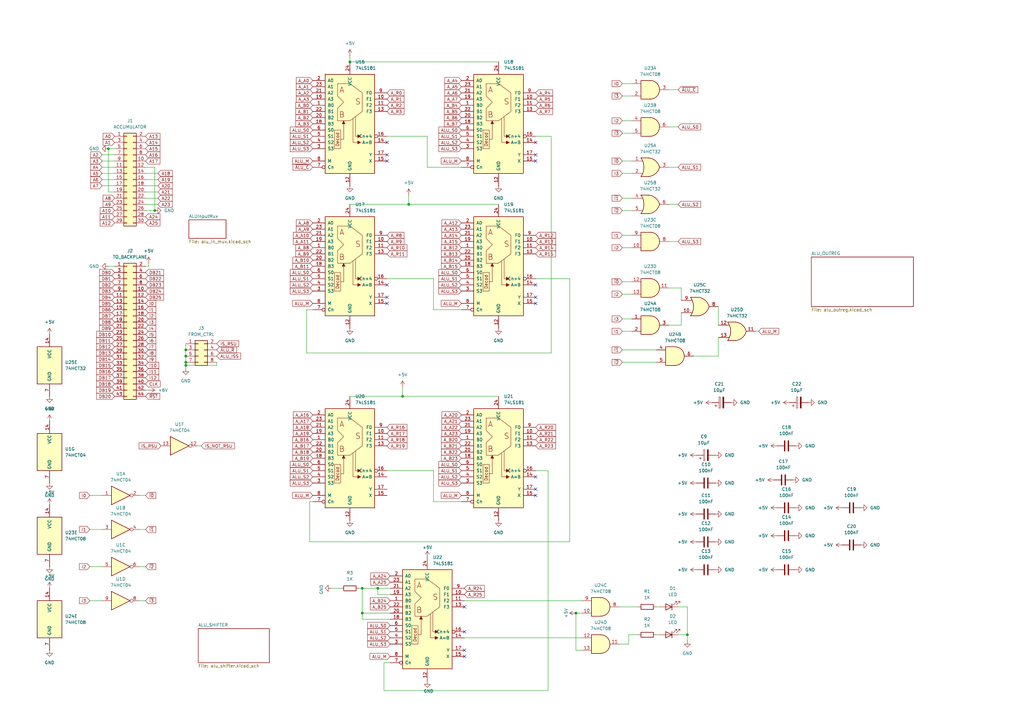
<source format=kicad_sch>
(kicad_sch (version 20231120) (generator "eeschema") (generator_version "8.0")
  (paper "A3")
  (junction (at 236.22 251.46))
  (junction (at 154.94 241.3))
  (junction (at 76.2 146.05))
  (junction (at 167.64 83.82))
  (junction (at 44.45 60.96))
  (junction (at 63.5 86.36))
  (junction (at 143.51 25.4))
  (junction (at 281.94 260.35))
  (junction (at 76.2 149.86))
  (junction (at 148.59 241.3))
  (junction (at 76.2 143.51))
  (junction (at 148.59 251.46))
  (junction (at 165.1 162.56))
  (junction (at 76.2 148.59))
  (no_connect (at 219.71 63.5))
  (no_connect (at 219.71 66.04))
  (no_connect (at 219.71 203.2))
  (no_connect (at 219.71 58.42))
  (no_connect (at 219.71 124.46))
  (no_connect (at 158.75 121.92))
  (no_connect (at 158.75 116.84))
  (no_connect (at 190.5 259.08))
  (no_connect (at 219.71 121.92))
  (no_connect (at 158.75 124.46))
  (no_connect (at 190.5 266.7))
  (no_connect (at 219.71 195.58))
  (no_connect (at 190.5 248.92))
  (no_connect (at 190.5 269.24))
  (no_connect (at 219.71 116.84))
  (no_connect (at 158.75 66.04))
  (no_connect (at 158.75 63.5))
  (no_connect (at 219.71 200.66))
  (no_connect (at 158.75 58.42))
  (wire (pts (xy 284.48 146.05) (xy 294.64 146.05)))
  (wire (pts (xy 127 222.25) (xy 127 205.74)))
  (wire (pts (xy 57.15 232.41) (xy 59.69 232.41)))
  (wire (pts (xy 274.32 118.11) (xy 279.4 118.11)))
  (wire (pts (xy 279.4 118.11) (xy 279.4 123.19)))
  (wire (pts (xy 177.8 127) (xy 189.23 127)))
  (wire (pts (xy 190.5 246.38) (xy 238.76 246.38)))
  (wire (pts (xy 309.88 135.89) (xy 311.15 135.89)))
  (wire (pts (xy 175.26 55.88) (xy 175.26 68.58)))
  (wire (pts (xy 255.27 34.29) (xy 259.08 34.29)))
  (wire (pts (xy 255.27 115.57) (xy 259.08 115.57)))
  (wire (pts (xy 59.69 78.74) (xy 64.77 78.74)))
  (wire (pts (xy 226.06 55.88) (xy 226.06 144.78)))
  (wire (pts (xy 278.13 248.92) (xy 281.94 248.92)))
  (wire (pts (xy 255.27 96.52) (xy 259.08 96.52)))
  (wire (pts (xy 238.76 266.7) (xy 236.22 266.7)))
  (wire (pts (xy 279.4 133.35) (xy 279.4 128.27)))
  (wire (pts (xy 274.32 99.06) (xy 278.13 99.06)))
  (wire (pts (xy 60.96 109.22) (xy 59.69 109.22)))
  (wire (pts (xy 219.71 193.04) (xy 224.79 193.04)))
  (wire (pts (xy 274.32 52.07) (xy 278.13 52.07)))
  (wire (pts (xy 158.75 55.88) (xy 175.26 55.88)))
  (wire (pts (xy 269.24 260.35) (xy 270.51 260.35)))
  (wire (pts (xy 236.22 251.46) (xy 238.76 251.46)))
  (wire (pts (xy 255.27 143.51) (xy 269.24 143.51)))
  (wire (pts (xy 255.27 81.28) (xy 259.08 81.28)))
  (wire (pts (xy 224.79 193.04) (xy 224.79 283.21)))
  (wire (pts (xy 148.59 254) (xy 148.59 251.46)))
  (wire (pts (xy 44.45 60.96) (xy 46.99 60.96)))
  (wire (pts (xy 255.27 71.12) (xy 259.08 71.12)))
  (wire (pts (xy 59.69 81.28) (xy 64.77 81.28)))
  (wire (pts (xy 59.69 86.36) (xy 63.5 86.36)))
  (wire (pts (xy 274.32 68.58) (xy 278.13 68.58)))
  (wire (pts (xy 255.27 130.81) (xy 259.08 130.81)))
  (wire (pts (xy 165.1 162.56) (xy 204.47 162.56)))
  (wire (pts (xy 36.83 232.41) (xy 41.91 232.41)))
  (wire (pts (xy 44.45 78.74) (xy 44.45 60.96)))
  (wire (pts (xy 255.27 135.89) (xy 259.08 135.89)))
  (wire (pts (xy 255.27 148.59) (xy 269.24 148.59)))
  (wire (pts (xy 36.83 246.38) (xy 41.91 246.38)))
  (wire (pts (xy 226.06 144.78) (xy 125.73 144.78)))
  (wire (pts (xy 294.64 146.05) (xy 294.64 138.43)))
  (wire (pts (xy 154.94 243.84) (xy 154.94 241.3)))
  (wire (pts (xy 147.32 241.3) (xy 148.59 241.3)))
  (wire (pts (xy 224.79 283.21) (xy 157.48 283.21)))
  (wire (pts (xy 63.5 68.58) (xy 63.5 86.36)))
  (wire (pts (xy 76.2 146.05) (xy 76.2 148.59)))
  (wire (pts (xy 157.48 283.21) (xy 157.48 271.78)))
  (wire (pts (xy 148.59 241.3) (xy 154.94 241.3)))
  (wire (pts (xy 233.68 114.3) (xy 233.68 222.25)))
  (wire (pts (xy 57.15 203.2) (xy 59.69 203.2)))
  (wire (pts (xy 76.2 143.51) (xy 76.2 146.05)))
  (wire (pts (xy 59.69 83.82) (xy 64.77 83.82)))
  (wire (pts (xy 274.32 83.82) (xy 278.13 83.82)))
  (wire (pts (xy 165.1 158.75) (xy 165.1 162.56)))
  (wire (pts (xy 125.73 127) (xy 128.27 127)))
  (wire (pts (xy 88.9 149.86) (xy 76.2 149.86)))
  (wire (pts (xy 135.89 241.3) (xy 139.7 241.3)))
  (wire (pts (xy 281.94 248.92) (xy 281.94 260.35)))
  (wire (pts (xy 36.83 217.17) (xy 41.91 217.17)))
  (wire (pts (xy 46.99 78.74) (xy 44.45 78.74)))
  (wire (pts (xy 177.8 205.74) (xy 189.23 205.74)))
  (wire (pts (xy 167.64 83.82) (xy 143.51 83.82)))
  (wire (pts (xy 57.15 246.38) (xy 59.69 246.38)))
  (wire (pts (xy 255.27 101.6) (xy 259.08 101.6)))
  (wire (pts (xy 41.91 73.66) (xy 46.99 73.66)))
  (wire (pts (xy 257.81 264.16) (xy 254 264.16)))
  (wire (pts (xy 59.69 160.02) (xy 60.96 160.02)))
  (wire (pts (xy 167.64 83.82) (xy 204.47 83.82)))
  (wire (pts (xy 154.94 241.3) (xy 160.02 241.3)))
  (wire (pts (xy 255.27 54.61) (xy 259.08 54.61)))
  (wire (pts (xy 59.69 71.12) (xy 64.77 71.12)))
  (wire (pts (xy 254 248.92) (xy 261.62 248.92)))
  (wire (pts (xy 177.8 193.04) (xy 177.8 205.74)))
  (wire (pts (xy 281.94 260.35) (xy 281.94 262.89)))
  (wire (pts (xy 255.27 49.53) (xy 259.08 49.53)))
  (wire (pts (xy 59.69 76.2) (xy 64.77 76.2)))
  (wire (pts (xy 76.2 148.59) (xy 76.2 149.86)))
  (wire (pts (xy 41.91 66.04) (xy 46.99 66.04)))
  (wire (pts (xy 236.22 266.7) (xy 236.22 251.46)))
  (wire (pts (xy 255.27 39.37) (xy 259.08 39.37)))
  (wire (pts (xy 57.15 217.17) (xy 59.69 217.17)))
  (wire (pts (xy 41.91 71.12) (xy 46.99 71.12)))
  (wire (pts (xy 255.27 86.36) (xy 259.08 86.36)))
  (wire (pts (xy 44.45 109.22) (xy 46.99 109.22)))
  (wire (pts (xy 204.47 25.4) (xy 143.51 25.4)))
  (wire (pts (xy 255.27 66.04) (xy 259.08 66.04)))
  (wire (pts (xy 41.91 76.2) (xy 46.99 76.2)))
  (wire (pts (xy 257.81 260.35) (xy 261.62 260.35)))
  (wire (pts (xy 219.71 55.88) (xy 226.06 55.88)))
  (wire (pts (xy 127 205.74) (xy 128.27 205.74)))
  (wire (pts (xy 41.91 63.5) (xy 46.99 63.5)))
  (wire (pts (xy 177.8 114.3) (xy 177.8 127)))
  (wire (pts (xy 59.69 68.58) (xy 63.5 68.58)))
  (wire (pts (xy 269.24 248.92) (xy 270.51 248.92)))
  (wire (pts (xy 167.64 80.01) (xy 167.64 83.82)))
  (wire (pts (xy 255.27 120.65) (xy 259.08 120.65)))
  (wire (pts (xy 88.9 148.59) (xy 88.9 149.86)))
  (wire (pts (xy 274.32 133.35) (xy 279.4 133.35)))
  (wire (pts (xy 233.68 222.25) (xy 127 222.25)))
  (wire (pts (xy 165.1 162.56) (xy 143.51 162.56)))
  (wire (pts (xy 143.51 25.4) (xy 143.51 22.86)))
  (wire (pts (xy 125.73 144.78) (xy 125.73 127)))
  (wire (pts (xy 190.5 261.62) (xy 238.76 261.62)))
  (wire (pts (xy 160.02 243.84) (xy 154.94 243.84)))
  (wire (pts (xy 294.64 125.73) (xy 294.64 133.35)))
  (wire (pts (xy 36.83 203.2) (xy 41.91 203.2)))
  (wire (pts (xy 274.32 36.83) (xy 278.13 36.83)))
  (wire (pts (xy 257.81 260.35) (xy 257.81 264.16)))
  (wire (pts (xy 160.02 254) (xy 148.59 254)))
  (wire (pts (xy 59.69 73.66) (xy 64.77 73.66)))
  (wire (pts (xy 278.13 260.35) (xy 281.94 260.35)))
  (wire (pts (xy 148.59 251.46) (xy 148.59 241.3)))
  (wire (pts (xy 76.2 140.97) (xy 76.2 143.51)))
  (wire (pts (xy 158.75 193.04) (xy 177.8 193.04)))
  (wire (pts (xy 160.02 251.46) (xy 148.59 251.46)))
  (wire (pts (xy 60.96 107.95) (xy 60.96 109.22)))
  (wire (pts (xy 219.71 114.3) (xy 233.68 114.3)))
  (wire (pts (xy 81.28 182.88) (xy 82.55 182.88)))
  (wire (pts (xy 158.75 114.3) (xy 177.8 114.3)))
  (wire (pts (xy 76.2 149.86) (xy 76.2 151.13)))
  (wire (pts (xy 175.26 68.58) (xy 189.23 68.58)))
  (wire (pts (xy 157.48 271.78) (xy 160.02 271.78)))
  (wire (pts (xy 41.91 68.58) (xy 46.99 68.58)))
  (global_label "ALU_S3" (shape input) (at 128.27 119.38 180) (property "Intersheetrefs" "${INTERSHEET_REFS}" (effects (hide yes))))
  (global_label "ALU_S0" (shape input) (at 189.23 190.5 180) (property "Intersheetrefs" "${INTERSHEET_REFS}" (effects (hide yes))))
  (global_label "A0" (shape input) (at 46.99 55.88 180) (property "Intersheetrefs" "${INTERSHEET_REFS}" (effects (hide yes))))
  (global_label "A9" (shape input) (at 46.99 83.82 180) (property "Intersheetrefs" "${INTERSHEET_REFS}" (effects (hide yes))))
  (global_label "ALU_S0" (shape input) (at 160.02 256.54 180) (property "Intersheetrefs" "${INTERSHEET_REFS}" (effects (hide yes))))
  (global_label "A_R13" (shape input) (at 219.71 99.06 0) (property "Intersheetrefs" "${INTERSHEET_REFS}" (effects (hide yes))))
  (global_label "A_A18" (shape input) (at 128.27 175.26 180) (property "Intersheetrefs" "${INTERSHEET_REFS}" (effects (hide yes))))
  (global_label "A_A9" (shape input) (at 128.27 93.98 180) (property "Intersheetrefs" "${INTERSHEET_REFS}" (effects (hide yes))))
  (global_label "DB11" (shape input) (at 46.99 139.7 180) (property "Intersheetrefs" "${INTERSHEET_REFS}" (effects (hide yes))))
  (global_label "ALU_S0" (shape input) (at 278.13 52.07 0) (property "Intersheetrefs" "${INTERSHEET_REFS}" (effects (hide yes))))
  (global_label "ALU_M" (shape input) (at 189.23 124.46 180) (property "Intersheetrefs" "${INTERSHEET_REFS}" (effects (hide yes))))
  (global_label "I11" (shape input) (at 59.69 152.4 0) (property "Intersheetrefs" "${INTERSHEET_REFS}" (effects (hide yes))))
  (global_label "ALU_M" (shape input) (at 128.27 203.2 180) (property "Intersheetrefs" "${INTERSHEET_REFS}" (effects (hide yes))))
  (global_label "DB17" (shape input) (at 46.99 154.94 180) (property "Intersheetrefs" "${INTERSHEET_REFS}" (effects (hide yes))))
  (global_label "A_R7" (shape input) (at 219.71 45.72 0) (property "Intersheetrefs" "${INTERSHEET_REFS}" (effects (hide yes))))
  (global_label "~{I1}" (shape input) (at 59.69 217.17 0) (property "Intersheetrefs" "${INTERSHEET_REFS}" (effects (hide yes))))
  (global_label "A_R9" (shape input) (at 158.75 99.06 0) (property "Intersheetrefs" "${INTERSHEET_REFS}" (effects (hide yes))))
  (global_label "I3" (shape input) (at 255.27 71.12 180) (property "Intersheetrefs" "${INTERSHEET_REFS}" (effects (hide yes))))
  (global_label "ALU_ISS" (shape input) (at 88.9 146.05 0) (property "Intersheetrefs" "${INTERSHEET_REFS}" (effects (hide yes))))
  (global_label "A_B8" (shape input) (at 128.27 101.6 180) (property "Intersheetrefs" "${INTERSHEET_REFS}" (effects (hide yes))))
  (global_label "I2" (shape input) (at 36.83 232.41 180) (property "Intersheetrefs" "${INTERSHEET_REFS}" (effects (hide yes))))
  (global_label "DB0" (shape input) (at 46.99 111.76 180) (property "Intersheetrefs" "${INTERSHEET_REFS}" (effects (hide yes))))
  (global_label "A_R2" (shape input) (at 158.75 43.18 0) (property "Intersheetrefs" "${INTERSHEET_REFS}" (effects (hide yes))))
  (global_label "ALU_M" (shape input) (at 189.23 66.04 180) (property "Intersheetrefs" "${INTERSHEET_REFS}" (effects (hide yes))))
  (global_label "A_R5" (shape input) (at 219.71 40.64 0) (property "Intersheetrefs" "${INTERSHEET_REFS}" (effects (hide yes))))
  (global_label "A_B19" (shape input) (at 128.27 187.96 180) (property "Intersheetrefs" "${INTERSHEET_REFS}" (effects (hide yes))))
  (global_label "A_B9" (shape input) (at 128.27 104.14 180) (property "Intersheetrefs" "${INTERSHEET_REFS}" (effects (hide yes))))
  (global_label "A_R25" (shape input) (at 190.5 243.84 0) (property "Intersheetrefs" "${INTERSHEET_REFS}" (effects (hide yes))))
  (global_label "I1" (shape input) (at 255.27 135.89 180) (property "Intersheetrefs" "${INTERSHEET_REFS}" (effects (hide yes))))
  (global_label "ALU_S2" (shape input) (at 189.23 116.84 180) (property "Intersheetrefs" "${INTERSHEET_REFS}" (effects (hide yes))))
  (global_label "ALU_S2" (shape input) (at 128.27 116.84 180) (property "Intersheetrefs" "${INTERSHEET_REFS}" (effects (hide yes))))
  (global_label "A6" (shape input) (at 41.91 73.66 180) (property "Intersheetrefs" "${INTERSHEET_REFS}" (effects (hide yes))))
  (global_label "I0" (shape input) (at 255.27 34.29 180) (property "Intersheetrefs" "${INTERSHEET_REFS}" (effects (hide yes))))
  (global_label "I2" (shape input) (at 59.69 129.54 0) (property "Intersheetrefs" "${INTERSHEET_REFS}" (effects (hide yes))))
  (global_label "A8" (shape input) (at 46.99 81.28 180) (property "Intersheetrefs" "${INTERSHEET_REFS}" (effects (hide yes))))
  (global_label "A_A17" (shape input) (at 128.27 172.72 180) (property "Intersheetrefs" "${INTERSHEET_REFS}" (effects (hide yes))))
  (global_label "I0" (shape input) (at 36.83 203.2 180) (property "Intersheetrefs" "${INTERSHEET_REFS}" (effects (hide yes))))
  (global_label "A22" (shape input) (at 64.77 81.28 0) (property "Intersheetrefs" "${INTERSHEET_REFS}" (effects (hide yes))))
  (global_label "ALU_S1" (shape input) (at 278.13 68.58 0) (property "Intersheetrefs" "${INTERSHEET_REFS}" (effects (hide yes))))
  (global_label "DB3" (shape input) (at 46.99 119.38 180) (property "Intersheetrefs" "${INTERSHEET_REFS}" (effects (hide yes))))
  (global_label "~{I0}" (shape input) (at 255.27 115.57 180) (property "Intersheetrefs" "${INTERSHEET_REFS}" (effects (hide yes))))
  (global_label "ALU_S3" (shape input) (at 189.23 119.38 180) (property "Intersheetrefs" "${INTERSHEET_REFS}" (effects (hide yes))))
  (global_label "A7" (shape input) (at 41.91 76.2 180) (property "Intersheetrefs" "${INTERSHEET_REFS}" (effects (hide yes))))
  (global_label "~{ALU_R}" (shape input) (at 88.9 143.51 0) (property "Intersheetrefs" "${INTERSHEET_REFS}" (effects (hide yes))))
  (global_label "I6" (shape input) (at 59.69 139.7 0) (property "Intersheetrefs" "${INTERSHEET_REFS}" (effects (hide yes))))
  (global_label "ALU_S2" (shape input) (at 128.27 58.42 180) (property "Intersheetrefs" "${INTERSHEET_REFS}" (effects (hide yes))))
  (global_label "A_B2" (shape input) (at 128.27 48.26 180) (property "Intersheetrefs" "${INTERSHEET_REFS}" (effects (hide yes))))
  (global_label "A_B15" (shape input) (at 189.23 109.22 180) (property "Intersheetrefs" "${INTERSHEET_REFS}" (effects (hide yes))))
  (global_label "A_B5" (shape input) (at 189.23 45.72 180) (property "Intersheetrefs" "${INTERSHEET_REFS}" (effects (hide yes))))
  (global_label "A_B17" (shape input) (at 128.27 182.88 180) (property "Intersheetrefs" "${INTERSHEET_REFS}" (effects (hide yes))))
  (global_label "I3" (shape input) (at 36.83 246.38 180) (property "Intersheetrefs" "${INTERSHEET_REFS}" (effects (hide yes))))
  (global_label "A_A22" (shape input) (at 189.23 175.26 180) (property "Intersheetrefs" "${INTERSHEET_REFS}" (effects (hide yes))))
  (global_label "DB22" (shape input) (at 59.69 114.3 0) (property "Intersheetrefs" "${INTERSHEET_REFS}" (effects (hide yes))))
  (global_label "~{I3}" (shape input) (at 255.27 39.37 180) (property "Intersheetrefs" "${INTERSHEET_REFS}" (effects (hide yes))))
  (global_label "A_A15" (shape input) (at 189.23 99.06 180) (property "Intersheetrefs" "${INTERSHEET_REFS}" (effects (hide yes))))
  (global_label "~{I2}" (shape input) (at 255.27 148.59 180) (property "Intersheetrefs" "${INTERSHEET_REFS}" (effects (hide yes))))
  (global_label "ALU_S3" (shape input) (at 160.02 264.16 180) (property "Intersheetrefs" "${INTERSHEET_REFS}" (effects (hide yes))))
  (global_label "A_R6" (shape input) (at 219.71 43.18 0) (property "Intersheetrefs" "${INTERSHEET_REFS}" (effects (hide yes))))
  (global_label "DB7" (shape input) (at 46.99 129.54 180) (property "Intersheetrefs" "${INTERSHEET_REFS}" (effects (hide yes))))
  (global_label "IS_RSU" (shape input) (at 66.04 182.88 180) (property "Intersheetrefs" "${INTERSHEET_REFS}" (effects (hide yes))))
  (global_label "DB21" (shape input) (at 59.69 111.76 0) (property "Intersheetrefs" "${INTERSHEET_REFS}" (effects (hide yes))))
  (global_label "DB8" (shape input) (at 46.99 132.08 180) (property "Intersheetrefs" "${INTERSHEET_REFS}" (effects (hide yes))))
  (global_label "A_R15" (shape input) (at 219.71 104.14 0) (property "Intersheetrefs" "${INTERSHEET_REFS}" (effects (hide yes))))
  (global_label "IS_NOT_RSU" (shape input) (at 82.55 182.88 0) (property "Intersheetrefs" "${INTERSHEET_REFS}" (effects (hide yes))))
  (global_label "A_A21" (shape input) (at 189.23 172.72 180) (property "Intersheetrefs" "${INTERSHEET_REFS}" (effects (hide yes))))
  (global_label "DB4" (shape input) (at 46.99 121.92 180) (property "Intersheetrefs" "${INTERSHEET_REFS}" (effects (hide yes))))
  (global_label "DB2" (shape input) (at 46.99 116.84 180) (property "Intersheetrefs" "${INTERSHEET_REFS}" (effects (hide yes))))
  (global_label "A21" (shape input) (at 64.77 78.74 0) (property "Intersheetrefs" "${INTERSHEET_REFS}" (effects (hide yes))))
  (global_label "A_B24" (shape input) (at 160.02 246.38 180) (property "Intersheetrefs" "${INTERSHEET_REFS}" (effects (hide yes))))
  (global_label "I1" (shape input) (at 36.83 217.17 180) (property "Intersheetrefs" "${INTERSHEET_REFS}" (effects (hide yes))))
  (global_label "A_B14" (shape input) (at 189.23 106.68 180) (property "Intersheetrefs" "${INTERSHEET_REFS}" (effects (hide yes))))
  (global_label "DB9" (shape input) (at 46.99 134.62 180) (property "Intersheetrefs" "${INTERSHEET_REFS}" (effects (hide yes))))
  (global_label "A_B18" (shape input) (at 128.27 185.42 180) (property "Intersheetrefs" "${INTERSHEET_REFS}" (effects (hide yes))))
  (global_label "ALU_S1" (shape input) (at 160.02 259.08 180) (property "Intersheetrefs" "${INTERSHEET_REFS}" (effects (hide yes))))
  (global_label "I12" (shape input) (at 59.69 154.94 0) (property "Intersheetrefs" "${INTERSHEET_REFS}" (effects (hide yes))))
  (global_label "~{ALU_C}" (shape input) (at 128.27 68.58 180) (property "Intersheetrefs" "${INTERSHEET_REFS}" (effects (hide yes))))
  (global_label "I3" (shape input) (at 59.69 132.08 0) (property "Intersheetrefs" "${INTERSHEET_REFS}" (effects (hide yes))))
  (global_label "A_B23" (shape input) (at 189.23 187.96 180) (property "Intersheetrefs" "${INTERSHEET_REFS}" (effects (hide yes))))
  (global_label "ALU_S1" (shape input) (at 128.27 114.3 180) (property "Intersheetrefs" "${INTERSHEET_REFS}" (effects (hide yes))))
  (global_label "I7" (shape input) (at 59.69 142.24 0) (property "Intersheetrefs" "${INTERSHEET_REFS}" (effects (hide yes))))
  (global_label "~{I3}" (shape input) (at 59.69 246.38 0) (property "Intersheetrefs" "${INTERSHEET_REFS}" (effects (hide yes))))
  (global_label "A18" (shape input) (at 64.77 71.12 0) (property "Intersheetrefs" "${INTERSHEET_REFS}" (effects (hide yes))))
  (global_label "DB12" (shape input) (at 46.99 142.24 180) (property "Intersheetrefs" "${INTERSHEET_REFS}" (effects (hide yes))))
  (global_label "ALU_S1" (shape input) (at 189.23 114.3 180) (property "Intersheetrefs" "${INTERSHEET_REFS}" (effects (hide yes))))
  (global_label "~{I2}" (shape input) (at 255.27 86.36 180) (property "Intersheetrefs" "${INTERSHEET_REFS}" (effects (hide yes))))
  (global_label "I8" (shape input) (at 59.69 144.78 0) (property "Intersheetrefs" "${INTERSHEET_REFS}" (effects (hide yes))))
  (global_label "A_B12" (shape input) (at 189.23 101.6 180) (property "Intersheetrefs" "${INTERSHEET_REFS}" (effects (hide yes))))
  (global_label "A_A8" (shape input) (at 128.27 91.44 180) (property "Intersheetrefs" "${INTERSHEET_REFS}" (effects (hide yes))))
  (global_label "I4" (shape input) (at 59.69 134.62 0) (property "Intersheetrefs" "${INTERSHEET_REFS}" (effects (hide yes))))
  (global_label "A_B25" (shape input) (at 160.02 248.92 180) (property "Intersheetrefs" "${INTERSHEET_REFS}" (effects (hide yes))))
  (global_label "I0" (shape input) (at 59.69 124.46 0) (property "Intersheetrefs" "${INTERSHEET_REFS}" (effects (hide yes))))
  (global_label "DB16" (shape input) (at 46.99 152.4 180) (property "Intersheetrefs" "${INTERSHEET_REFS}" (effects (hide yes))))
  (global_label "DB23" (shape input) (at 59.69 116.84 0) (property "Intersheetrefs" "${INTERSHEET_REFS}" (effects (hide yes))))
  (global_label "ALU_S3" (shape input) (at 189.23 198.12 180) (property "Intersheetrefs" "${INTERSHEET_REFS}" (effects (hide yes))))
  (global_label "A17" (shape input) (at 59.69 66.04 0) (property "Intersheetrefs" "${INTERSHEET_REFS}" (effects (hide yes))))
  (global_label "DB18" (shape input) (at 46.99 157.48 180) (property "Intersheetrefs" "${INTERSHEET_REFS}" (effects (hide yes))))
  (global_label "~{I0}" (shape input) (at 255.27 66.04 180) (property "Intersheetrefs" "${INTERSHEET_REFS}" (effects (hide yes))))
  (global_label "I2" (shape input) (at 255.27 120.65 180) (property "Intersheetrefs" "${INTERSHEET_REFS}" (effects (hide yes))))
  (global_label "A_A14" (shape input) (at 189.23 96.52 180) (property "Intersheetrefs" "${INTERSHEET_REFS}" (effects (hide yes))))
  (global_label "A4" (shape input) (at 41.91 68.58 180) (property "Intersheetrefs" "${INTERSHEET_REFS}" (effects (hide yes))))
  (global_label "A_B1" (shape input) (at 128.27 45.72 180) (property "Intersheetrefs" "${INTERSHEET_REFS}" (effects (hide yes))))
  (global_label "ALU_S1" (shape input) (at 128.27 193.04 180) (property "Intersheetrefs" "${INTERSHEET_REFS}" (effects (hide yes))))
  (global_label "I3" (shape input) (at 255.27 130.81 180) (property "Intersheetrefs" "${INTERSHEET_REFS}" (effects (hide yes))))
  (global_label "A24" (shape input) (at 59.69 88.9 0) (property "Intersheetrefs" "${INTERSHEET_REFS}" (effects (hide yes))))
  (global_label "DB25" (shape input) (at 59.69 121.92 0) (property "Intersheetrefs" "${INTERSHEET_REFS}" (effects (hide yes))))
  (global_label "A10" (shape input) (at 46.99 86.36 180) (property "Intersheetrefs" "${INTERSHEET_REFS}" (effects (hide yes))))
  (global_label "A_B22" (shape input) (at 189.23 185.42 180) (property "Intersheetrefs" "${INTERSHEET_REFS}" (effects (hide yes))))
  (global_label "A_B13" (shape input) (at 189.23 104.14 180) (property "Intersheetrefs" "${INTERSHEET_REFS}" (effects (hide yes))))
  (global_label "A_R24" (shape input) (at 190.5 241.3 0) (property "Intersheetrefs" "${INTERSHEET_REFS}" (effects (hide yes))))
  (global_label "A_R20" (shape input) (at 219.71 175.26 0) (property "Intersheetrefs" "${INTERSHEET_REFS}" (effects (hide yes))))
  (global_label "ALU_S2" (shape input) (at 189.23 58.42 180) (property "Intersheetrefs" "${INTERSHEET_REFS}" (effects (hide yes))))
  (global_label "I2" (shape input) (at 255.27 49.53 180) (property "Intersheetrefs" "${INTERSHEET_REFS}" (effects (hide yes))))
  (global_label "A_B7" (shape input) (at 189.23 50.8 180) (property "Intersheetrefs" "${INTERSHEET_REFS}" (effects (hide yes))))
  (global_label "ALU_S1" (shape input) (at 189.23 193.04 180) (property "Intersheetrefs" "${INTERSHEET_REFS}" (effects (hide yes))))
  (global_label "A12" (shape input) (at 46.99 91.44 180) (property "Intersheetrefs" "${INTERSHEET_REFS}" (effects (hide yes))))
  (global_label "ALU_S2" (shape input) (at 278.13 83.82 0) (property "Intersheetrefs" "${INTERSHEET_REFS}" (effects (hide yes))))
  (global_label "ALU_S0" (shape input) (at 189.23 53.34 180) (property "Intersheetrefs" "${INTERSHEET_REFS}" (effects (hide yes))))
  (global_label "I9" (shape input) (at 59.69 147.32 0) (property "Intersheetrefs" "${INTERSHEET_REFS}" (effects (hide yes))))
  (global_label "ALU_S3" (shape input) (at 128.27 60.96 180) (property "Intersheetrefs" "${INTERSHEET_REFS}" (effects (hide yes))))
  (global_label "~{I1}" (shape input) (at 255.27 143.51 180) (property "Intersheetrefs" "${INTERSHEET_REFS}" (effects (hide yes))))
  (global_label "A_A24" (shape input) (at 160.02 236.22 180) (property "Intersheetrefs" "${INTERSHEET_REFS}" (effects (hide yes))))
  (global_label "ALU_S0" (shape input) (at 128.27 53.34 180) (property "Intersheetrefs" "${INTERSHEET_REFS}" (effects (hide yes))))
  (global_label "DB6" (shape input) (at 46.99 127 180) (property "Intersheetrefs" "${INTERSHEET_REFS}" (effects (hide yes))))
  (global_label "A1" (shape input) (at 46.99 58.42 180) (property "Intersheetrefs" "${INTERSHEET_REFS}" (effects (hide yes))))
  (global_label "A_R4" (shape input) (at 219.71 38.1 0) (property "Intersheetrefs" "${INTERSHEET_REFS}" (effects (hide yes))))
  (global_label "A_A19" (shape input) (at 128.27 177.8 180) (property "Intersheetrefs" "${INTERSHEET_REFS}" (effects (hide yes))))
  (global_label "I1" (shape input) (at 59.69 127 0) (property "Intersheetrefs" "${INTERSHEET_REFS}" (effects (hide yes))))
  (global_label "A_A2" (shape input) (at 128.27 38.1 180) (property "Intersheetrefs" "${INTERSHEET_REFS}" (effects (hide yes))))
  (global_label "I10" (shape input) (at 59.69 149.86 0) (property "Intersheetrefs" "${INTERSHEET_REFS}" (effects (hide yes))))
  (global_label "A_B4" (shape input) (at 189.23 43.18 180) (property "Intersheetrefs" "${INTERSHEET_REFS}" (effects (hide yes))))
  (global_label "I2" (shape input) (at 255.27 101.6 180) (property "Intersheetrefs" "${INTERSHEET_REFS}" (effects (hide yes))))
  (global_label "A_B20" (shape input) (at 189.23 180.34 180) (property "Intersheetrefs" "${INTERSHEET_REFS}" (effects (hide yes))))
  (global_label "ALU_S1" (shape input) (at 189.23 55.88 180) (property "Intersheetrefs" "${INTERSHEET_REFS}" (effects (hide yes))))
  (global_label "DB5" (shape input) (at 46.99 124.46 180) (property "Intersheetrefs" "${INTERSHEET_REFS}" (effects (hide yes))))
  (global_label "A_A16" (shape input) (at 128.27 170.18 180) (property "Intersheetrefs" "${INTERSHEET_REFS}" (effects (hide yes))))
  (global_label "ALU_S0" (shape input) (at 189.23 111.76 180) (property "Intersheetrefs" "${INTERSHEET_REFS}" (effects (hide yes))))
  (global_label "DB24" (shape input) (at 59.69 119.38 0) (property "Intersheetrefs" "${INTERSHEET_REFS}" (effects (hide yes))))
  (global_label "A_A6" (shape input) (at 189.23 38.1 180) (property "Intersheetrefs" "${INTERSHEET_REFS}" (effects (hide yes))))
  (global_label "A_R21" (shape input) (at 219.71 177.8 0) (property "Intersheetrefs" "${INTERSHEET_REFS}" (effects (hide yes))))
  (global_label "ALU_S3" (shape input) (at 128.27 198.12 180) (property "Intersheetrefs" "${INTERSHEET_REFS}" (effects (hide yes))))
  (global_label "CLK" (shape input) (at 59.69 157.48 0) (property "Intersheetrefs" "${INTERSHEET_REFS}" (effects (hide yes))))
  (global_label "ALU_S2" (shape input) (at 160.02 261.62 180) (property "Intersheetrefs" "${INTERSHEET_REFS}" (effects (hide yes))))
  (global_label "A_R18" (shape input) (at 158.75 180.34 0) (property "Intersheetrefs" "${INTERSHEET_REFS}" (effects (hide yes))))
  (global_label "A_R22" (shape input) (at 219.71 180.34 0) (property "Intersheetrefs" "${INTERSHEET_REFS}" (effects (hide yes))))
  (global_label "A_B6" (shape input) (at 189.23 48.26 180) (property "Intersheetrefs" "${INTERSHEET_REFS}" (effects (hide yes))))
  (global_label "DB13" (shape input) (at 46.99 144.78 180) (property "Intersheetrefs" "${INTERSHEET_REFS}" (effects (hide yes))))
  (global_label "A20" (shape input) (at 64.77 76.2 0) (property "Intersheetrefs" "${INTERSHEET_REFS}" (effects (hide yes))))
  (global_label "A_R23" (shape input) (at 219.71 182.88 0) (property "Intersheetrefs" "${INTERSHEET_REFS}" (effects (hide yes))))
  (global_label "ALU_S2" (shape input) (at 128.27 195.58 180) (property "Intersheetrefs" "${INTERSHEET_REFS}" (effects (hide yes))))
  (global_label "~{I2}" (shape input) (at 59.69 232.41 0) (property "Intersheetrefs" "${INTERSHEET_REFS}" (effects (hide yes))))
  (global_label "A_R0" (shape input) (at 158.75 38.1 0) (property "Intersheetrefs" "${INTERSHEET_REFS}" (effects (hide yes))))
  (global_label "A5" (shape input) (at 41.91 71.12 180) (property "Intersheetrefs" "${INTERSHEET_REFS}" (effects (hide yes))))
  (global_label "A_A10" (shape input) (at 128.27 96.52 180) (property "Intersheetrefs" "${INTERSHEET_REFS}" (effects (hide yes))))
  (global_label "A_A5" (shape input) (at 189.23 35.56 180) (property "Intersheetrefs" "${INTERSHEET_REFS}" (effects (hide yes))))
  (global_label "DB10" (shape input) (at 46.99 137.16 180) (property "Intersheetrefs" "${INTERSHEET_REFS}" (effects (hide yes))))
  (global_label "~{I1}" (shape input) (at 255.27 81.28 180) (property "Intersheetrefs" "${INTERSHEET_REFS}" (effects (hide yes))))
  (global_label "A_R3" (shape input) (at 158.75 45.72 0) (property "Intersheetrefs" "${INTERSHEET_REFS}" (effects (hide yes))))
  (global_label "ALU_S0" (shape input) (at 128.27 111.76 180) (property "Intersheetrefs" "${INTERSHEET_REFS}" (effects (hide yes))))
  (global_label "DB1" (shape input) (at 46.99 114.3 180) (property "Intersheetrefs" "${INTERSHEET_REFS}" (effects (hide yes))))
  (global_label "A_A20" (shape input) (at 189.23 170.18 180) (property "Intersheetrefs" "${INTERSHEET_REFS}" (effects (hide yes))))
  (global_label "DB15" (shape input) (at 46.99 149.86 180) (property "Intersheetrefs" "${INTERSHEET_REFS}" (effects (hide yes))))
  (global_label "A_A0" (shape input) (at 128.27 33.02 180) (property "Intersheetrefs" "${INTERSHEET_REFS}" (effects (hide yes))))
  (global_label "A11" (shape input) (at 46.99 88.9 180) (property "Intersheetrefs" "${INTERSHEET_REFS}" (effects (hide yes))))
  (global_label "ALU_S1" (shape input) (at 128.27 55.88 180) (property "Intersheetrefs" "${INTERSHEET_REFS}" (effects (hide yes))))
  (global_label "A_A1" (shape input) (at 128.27 35.56 180) (property "Intersheetrefs" "${INTERSHEET_REFS}" (effects (hide yes))))
  (global_label "~{ALU_C}" (shape input) (at 278.13 36.83 0) (property "Intersheetrefs" "${INTERSHEET_REFS}" (effects (hide yes))))
  (global_label "A_A13" (shape input) (at 189.23 93.98 180) (property "Intersheetrefs" "${INTERSHEET_REFS}" (effects (hide yes))))
  (global_label "ALU_M" (shape input) (at 311.15 135.89 0) (property "Intersheetrefs" "${INTERSHEET_REFS}" (effects (hide yes))))
  (global_label "ALU_M" (shape input) (at 189.23 203.2 180) (property "Intersheetrefs" "${INTERSHEET_REFS}" (effects (hide yes))))
  (global_label "A23" (shape input) (at 64.77 83.82 0) (property "Intersheetrefs" "${INTERSHEET_REFS}" (effects (hide yes))))
  (global_label "ALU_M" (shape input) (at 128.27 66.04 180) (property "Intersheetrefs" "${INTERSHEET_REFS}" (effects (hide yes))))
  (global_label "I5" (shape input) (at 59.69 137.16 0) (property "Intersheetrefs" "${INTERSHEET_REFS}" (effects (hide yes))))
  (global_label "A_R16" (shape input) (at 158.75 175.26 0) (property "Intersheetrefs" "${INTERSHEET_REFS}" (effects (hide yes))))
  (global_label "A_B3" (shape input) (at 128.27 50.8 180) (property "Intersheetrefs" "${INTERSHEET_REFS}" (effects (hide yes))))
  (global_label "A_A25" (shape input) (at 160.02 238.76 180) (property "Intersheetrefs" "${INTERSHEET_REFS}" (effects (hide yes))))
  (global_label "ALU_S2" (shape input) (at 189.23 195.58 180) (property "Intersheetrefs" "${INTERSHEET_REFS}" (effects (hide yes))))
  (global_label "DB20" (shape input) (at 46.99 162.56 180) (property "Intersheetrefs" "${INTERSHEET_REFS}" (effects (hide yes))))
  (global_label "ALU_M" (shape input) (at 128.27 124.46 180) (property "Intersheetrefs" "${INTERSHEET_REFS}" (effects (hide yes))))
  (global_label "ALU_M" (shape input) (at 160.02 269.24 180) (property "Intersheetrefs" "${INTERSHEET_REFS}" (effects (hide yes))))
  (global_label "A_A7" (shape input) (at 189.23 40.64 180) (property "Intersheetrefs" "${INTERSHEET_REFS}" (effects (hide yes))))
  (global_label "I1" (shape input) (at 255.27 96.52 180) (property "Intersheetrefs" "${INTERSHEET_REFS}" (effects (hide yes))))
  (global_label "ALU_S3" (shape input) (at 189.23 60.96 180) (property "Intersheetrefs" "${INTERSHEET_REFS}" (effects (hide yes))))
  (global_label "A13" (shape input) (at 59.69 55.88 0) (property "Intersheetrefs" "${INTERSHEET_REFS}" (effects (hide yes))))
  (global_label "ALU_S3" (shape input) (at 278.13 99.06 0) (property "Intersheetrefs" "${INTERSHEET_REFS}" (effects (hide yes))))
  (global_label "DB14" (shape input) (at 46.99 147.32 180) (property "Intersheetrefs" "${INTERSHEET_REFS}" (effects (hide yes))))
  (global_label "A_B16" (shape input) (at 128.27 180.34 180) (property "Intersheetrefs" "${INTERSHEET_REFS}" (effects (hide yes))))
  (global_label "A_R10" (shape input) (at 158.75 101.6 0) (property "Intersheetrefs" "${INTERSHEET_REFS}" (effects (hide yes))))
  (global_label "A15" (shape input) (at 59.69 60.96 0) (property "Intersheetrefs" "${INTERSHEET_REFS}" (effects (hide yes))))
  (global_label "~{RST}" (shape input) (at 59.69 162.56 0) (property "Intersheetrefs" "${INTERSHEET_REFS}" (effects (hide yes))))
  (global_label "ALU_S0" (shape input) (at 128.27 190.5 180) (property "Intersheetrefs" "${INTERSHEET_REFS}" (effects (hide yes))))
  (global_label "A19" (shape input) (at 64.77 73.66 0) (property "Intersheetrefs" "${INTERSHEET_REFS}" (effects (hide yes))))
  (global_label "A_A4" (shape input) (at 189.23 33.02 180) (property "Intersheetrefs" "${INTERSHEET_REFS}" (effects (hide yes))))
  (global_label "A_B11" (shape input) (at 128.27 109.22 180) (property "Intersheetrefs" "${INTERSHEET_REFS}" (effects (hide yes))))
  (global_label "A_A3" (shape input) (at 128.27 40.64 180) (property "Intersheetrefs" "${INTERSHEET_REFS}" (effects (hide yes))))
  (global_label "A16" (shape input) (at 59.69 63.5 0) (property "Intersheetrefs" "${INTERSHEET_REFS}" (effects (hide yes))))
  (global_label "A3" (shape input) (at 41.91 66.04 180) (property "Intersheetrefs" "${INTERSHEET_REFS}" (effects (hide yes))))
  (global_label "A_R12" (shape input) (at 219.71 96.52 0) (property "Intersheetrefs" "${INTERSHEET_REFS}" (effects (hide yes))))
  (global_label "~{I0}" (shape input) (at 59.69 203.2 0) (property "Intersheetrefs" "${INTERSHEET_REFS}" (effects (hide yes))))
  (global_label "DB19" (shape input) (at 46.99 160.02 180) (property "Intersheetrefs" "${INTERSHEET_REFS}" (effects (hide yes))))
  (global_label "A_A23" (shape input) (at 189.23 177.8 180) (property "Intersheetrefs" "${INTERSHEET_REFS}" (effects (hide yes))))
  (global_label "A_R11" (shape input) (at 158.75 104.14 0) (property "Intersheetrefs" "${INTERSHEET_REFS}" (effects (hide yes))))
  (global_label "A14" (shape input) (at 59.69 58.42 0) (property "Intersheetrefs" "${INTERSHEET_REFS}" (effects (hide yes))))
  (global_label "IS_RSU" (shape input) (at 88.9 140.97 0) (property "Intersheetrefs" "${INTERSHEET_REFS}" (effects (hide yes))))
  (global_label "~{I3}" (shape input) (at 255.27 54.61 180) (property "Intersheetrefs" "${INTERSHEET_REFS}" (effects (hide yes))))
  (global_label "A_R19" (shape input) (at 158.75 182.88 0) (property "Intersheetrefs" "${INTERSHEET_REFS}" (effects (hide yes))))
  (global_label "A_R14" (shape input) (at 219.71 101.6 0) (property "Intersheetrefs" "${INTERSHEET_REFS}" (effects (hide yes))))
  (global_label "A_B21" (shape input) (at 189.23 182.88 180) (property "Intersheetrefs" "${INTERSHEET_REFS}" (effects (hide yes))))
  (global_label "A_B0" (shape input) (at 128.27 43.18 180) (property "Intersheetrefs" "${INTERSHEET_REFS}" (effects (hide yes))))
  (global_label "A_R8" (shape input) (at 158.75 96.52 0) (property "Intersheetrefs" "${INTERSHEET_REFS}" (effects (hide yes))))
  (global_label "A_R1" (shape input) (at 158.75 40.64 0) (property "Intersheetrefs" "${INTERSHEET_REFS}" (effects (hide yes))))
  (global_label "A2" (shape input) (at 41.91 63.5 180) (property "Intersheetrefs" "${INTERSHEET_REFS}" (effects (hide yes))))
  (global_label "A_A11" (shape input) (at 128.27 99.06 180) (property "Intersheetrefs" "${INTERSHEET_REFS}" (effects (hide yes))))
  (global_label "A_A12" (shape input) (at 189.23 91.44 180) (property "Intersheetrefs" "${INTERSHEET_REFS}" (effects (hide yes))))
  (global_label "A_B10" (shape input) (at 128.27 106.68 180) (property "Intersheetrefs" "${INTERSHEET_REFS}" (effects (hide yes))))
  (global_label "A25" (shape input) (at 59.69 91.44 0) (property "Intersheetrefs" "${INTERSHEET_REFS}" (effects (hide yes))))
  (global_label "A_R17" (shape input) (at 158.75 177.8 0) (property "Intersheetrefs" "${INTERSHEET_REFS}" (effects (hide yes))))
  (symbol (lib_id "power:+5V") (at 318.77 208.28 90) (unit 1)
    (property "Reference" "#PWR0175" (effects (hide yes)))
    (property "Value" "+5V" (at 314.96 208.2799 90) (effects (justify left)))
    (property "Description" "Power symbol creates a global label with name \"+5V\"" (effects (hide yes)))
  )
  (symbol (lib_id "power:GND") (at 326.39 219.71 90) (unit 1)
    (property "Reference" "#PWR0172" (effects (hide yes)))
    (property "Value" "GND" (at 330.2 219.7099 90) (effects (justify right)))
    (property "Description" "Power symbol creates a global label with name \"GND\" , ground" (effects (hide yes)))
  )
  (symbol (lib_id "power:GND") (at 44.45 109.22 270) (unit 1)
    (property "Reference" "#PWR03" (effects (hide yes)))
    (property "Value" "GND" (at 40.64 109.2199 90) (effects (justify right)))
    (property "Description" "Power symbol creates a global label with name \"GND\" , ground" (effects (hide yes)))
  )
  (symbol (lib_id "Device:R") (at 265.43 260.35 90) (unit 1)
    (property "Reference" "R2" (at 265.43 254 90))
    (property "Value" "1K" (at 265.43 256.54 90))
    (property "Footprint" "Resistor_SMD:R_1206_3216Metric_Pad1.30x1.75mm_HandSolder" (effects (hide yes)))
    (property "VerilogCode" "assign _1 = _2;" (effects (hide yes)))
  )
  (symbol (lib_id "power:GND") (at 143.51 134.62 0) (unit 1)
    (property "Reference" "#PWR060" (effects (hide yes)))
    (property "Value" "GND" (at 143.51 139.7 0))
    (property "Description" "Power symbol creates a global label with name \"GND\" , ground" (effects (hide yes)))
  )
  (symbol (lib_id "Device:R") (at 265.43 248.92 90) (unit 1)
    (property "Reference" "R1" (at 265.43 242.57 90))
    (property "Value" "1K" (at 265.43 245.11 90))
    (property "Footprint" "Resistor_SMD:R_1206_3216Metric_Pad1.30x1.75mm_HandSolder" (effects (hide yes)))
    (property "VerilogCode" "assign _1 = _2;" (effects (hide yes)))
  )
  (symbol (lib_id "power:GND") (at 204.47 76.2 0) (unit 1)
    (property "Reference" "#PWR059" (effects (hide yes)))
    (property "Value" "GND" (at 204.47 81.28 0))
    (property "Description" "Power symbol creates a global label with name \"GND\" , ground" (effects (hide yes)))
  )
  (symbol (lib_id "74xx:74HCT04") (at 49.53 217.17 0) (unit 2)
    (property "Reference" "U1" (at 49.53 208.28 0))
    (property "Value" "74HCT04" (at 49.53 210.82 0))
    (property "Footprint" "Package_SO:SO-14_3.9x8.65mm_P1.27mm" (effects (hide yes)))
    (property "Datasheet" "https://assets.nexperia.com/documents/data-sheet/74HC_HCT04.pdf" (effects (hide yes)))
    (property "Description" "Hex Inverter" (effects (hide yes)))
    (property "VerilogCode" "ttl_74hct04 U1({_1, _3, _5, _9, _11, _13}, {_2, _4, _6, _8, _10, _12});" (effects (hide yes)))
  )
  (symbol (lib_id "power:GND") (at 353.06 208.28 90) (unit 1)
    (property "Reference" "#PWR0182" (effects (hide yes)))
    (property "Value" "GND" (at 356.87 208.2799 90) (effects (justify right)))
    (property "Description" "Power symbol creates a global label with name \"GND\" , ground" (effects (hide yes)))
  )
  (symbol (lib_id "power:GND") (at 20.32 266.7 0) (unit 1)
    (property "Reference" "#PWR073" (effects (hide yes)))
    (property "Value" "GND" (at 20.32 271.78 0))
    (property "Description" "Power symbol creates a global label with name \"GND\" , ground" (effects (hide yes)))
  )
  (symbol (lib_id "power:+5V") (at 292.1 165.1 90) (unit 1)
    (property "Reference" "#PWR0185" (effects (hide yes)))
    (property "Value" "+5V" (at 288.29 165.0999 90) (effects (justify left)))
    (property "Description" "Power symbol creates a global label with name \"+5V\"" (effects (hide yes)))
  )
  (symbol (lib_id "power:GND") (at 326.39 233.68 90) (unit 1)
    (property "Reference" "#PWR0174" (effects (hide yes)))
    (property "Value" "GND" (at 330.2 233.6799 90) (effects (justify right)))
    (property "Description" "Power symbol creates a global label with name \"GND\" , ground" (effects (hide yes)))
  )
  (symbol (lib_id "74xx:74LS08") (at 266.7 118.11 0) (unit 4)
    (property "Reference" "U23" (at 266.6917 109.22 0))
    (property "Value" "74HCT08" (at 266.6917 111.76 0))
    (property "Footprint" "Package_SO:SO-14_3.9x8.65mm_P1.27mm" (effects (hide yes)))
    (property "Datasheet" "http://www.ti.com/lit/gpn/sn74LS08" (effects (hide yes)))
    (property "Description" "Quad And2" (effects (hide yes)))
    (property "VerilogCode" "ttl_74hct08 U23(_1, _2, _3, _4, _5, _6, _9, _10, _8, _12, _13, _11);" (effects (hide yes)))
  )
  (symbol (lib_id "power:GND") (at 76.2 151.13 0) (unit 1)
    (property "Reference" "#PWR011" (effects (hide yes)))
    (property "Value" "GND" (at 76.2 156.21 0))
    (property "Description" "Power symbol creates a global label with name \"GND\" , ground" (effects (hide yes)))
  )
  (symbol (lib_id "power:+6V") (at 60.96 160.02 270) (unit 1)
    (property "Reference" "#PWR0116" (effects (hide yes)))
    (property "Value" "+6V" (at 64.77 160.0199 90) (effects (justify left)))
    (property "Description" "Power symbol creates a global label with name \"+6V\"" (effects (hide yes)))
  )
  (symbol (lib_id "74xx:74LS32") (at 266.7 83.82 0) (unit 2)
    (property "Reference" "U25" (at 266.7 74.93 0))
    (property "Value" "74HCT32" (at 266.7 77.47 0))
    (property "Footprint" "Package_SO:SO-14_3.9x8.65mm_P1.27mm" (effects (hide yes)))
    (property "Datasheet" "http://www.ti.com/lit/gpn/sn74LS32" (effects (hide yes)))
    (property "Description" "Quad 2-input OR" (effects (hide yes)))
    (property "VerilogCode" "ttl_74hct32 U25(_1, _2, _3, _4, _5, _6, _9, _10, _8, _12, _13, _11);" (effects (hide yes)))
  )
  (symbol (lib_id "power:+5V") (at 143.51 22.86 0) (unit 1)
    (property "Reference" "#PWR056" (effects (hide yes)))
    (property "Value" "+5V" (at 143.51 17.78 0))
    (property "Description" "Power symbol creates a global label with name \"+5V\"" (effects (hide yes)))
  )
  (symbol (lib_id "Connector_Generic:Conn_02x04_Odd_Even") (at 81.28 143.51 0) (unit 1)
    (property "Reference" "J3" (at 82.55 134.62 0))
    (property "Value" "FROM_CTRL" (at 82.55 137.16 0))
    (property "Footprint" "Connector_PinHeader_2.54mm:PinHeader_2x04_P2.54mm_Vertical" (effects (hide yes)))
    (property "Description" "Generic connector, double row, 02x04, odd/even pin numbering scheme (row 1 odd numbers, row 2 even numbers), script generated (kicad-library-utils/schlib/autogen/connector/)" (effects (hide yes)))
    (property "VerilogModulePort" "2, 4, 6" (effects (hide yes)))
  )
  (symbol (lib_id "74xx:74LS08") (at 246.38 264.16 0) (unit 4)
    (property "Reference" "U24" (at 246.3717 255.27 0))
    (property "Value" "74HCT08" (at 246.3717 257.81 0))
    (property "Footprint" "Package_SO:SO-14_3.9x8.65mm_P1.27mm" (effects (hide yes)))
    (property "Datasheet" "http://www.ti.com/lit/gpn/sn74LS08" (effects (hide yes)))
    (property "Description" "Quad And2" (effects (hide yes)))
    (property "VerilogCode" "ttl_74hct08 U24(_1, _2, _3, _4, _5, _6, _9, _10, _8, _12, _13, _11);" (effects (hide yes)))
  )
  (symbol (lib_id "power:GND") (at 293.37 222.25 90) (unit 1)
    (property "Reference" "#PWR0168" (effects (hide yes)))
    (property "Value" "GND" (at 297.18 222.2499 90) (effects (justify right)))
    (property "Description" "Power symbol creates a global label with name \"GND\" , ground" (effects (hide yes)))
  )
  (symbol (lib_id "74xx:74LS08") (at 276.86 146.05 0) (unit 2)
    (property "Reference" "U24" (at 276.8517 137.16 0))
    (property "Value" "74HCT08" (at 276.8517 139.7 0))
    (property "Footprint" "Package_SO:SO-14_3.9x8.65mm_P1.27mm" (effects (hide yes)))
    (property "Datasheet" "http://www.ti.com/lit/gpn/sn74LS08" (effects (hide yes)))
    (property "Description" "Quad And2" (effects (hide yes)))
    (property "VerilogCode" "ttl_74hct08 U24(_1, _2, _3, _4, _5, _6, _9, _10, _8, _12, _13, _11);" (effects (hide yes)))
  )
  (symbol (lib_id "power:GND") (at 299.72 165.1 90) (unit 1)
    (property "Reference" "#PWR0186" (effects (hide yes)))
    (property "Value" "GND" (at 303.53 165.0999 90) (effects (justify right)))
    (property "Description" "Power symbol creates a global label with name \"GND\" , ground" (effects (hide yes)))
  )
  (symbol (lib_id "Device:C_Polarized") (at 295.91 165.1 90) (unit 1)
    (property "Reference" "C21" (at 295.021 157.48 90))
    (property "Value" "10µF" (at 295.021 160.02 90))
    (property "Footprint" "Capacitor_THT:CP_Radial_D4.0mm_P2.00mm" (effects (hide yes)))
    (property "Description" "Polarized capacitor" (effects (hide yes)))
  )
  (symbol (lib_id "Device:C") (at 321.31 196.85 90) (unit 1)
    (property "Reference" "C17" (at 321.31 189.23 90))
    (property "Value" "100nF" (at 321.31 191.77 90))
    (property "Footprint" "Capacitor_SMD:C_0805_2012Metric_Pad1.18x1.45mm_HandSolder" (effects (hide yes)))
  )
  (symbol (lib_id "74xx:74LS32") (at 266.7 68.58 0) (unit 1)
    (property "Reference" "U25" (at 266.7 59.69 0))
    (property "Value" "74HCT32" (at 266.7 62.23 0))
    (property "Footprint" "Package_SO:SO-14_3.9x8.65mm_P1.27mm" (effects (hide yes)))
    (property "Datasheet" "http://www.ti.com/lit/gpn/sn74LS32" (effects (hide yes)))
    (property "Description" "Quad 2-input OR" (effects (hide yes)))
    (property "VerilogCode" "ttl_74hct32 U25(_1, _2, _3, _4, _5, _6, _9, _10, _8, _12, _13, _11);" (effects (hide yes)))
  )
  (symbol (lib_id "power:GND") (at 331.47 165.1 90) (unit 1)
    (property "Reference" "#PWR0188" (effects (hide yes)))
    (property "Value" "GND" (at 335.28 165.0999 90) (effects (justify right)))
    (property "Description" "Power symbol creates a global label with name \"GND\" , ground" (effects (hide yes)))
  )
  (symbol (lib_id "power:+5V") (at 318.77 182.88 90) (unit 1)
    (property "Reference" "#PWR0179" (effects (hide yes)))
    (property "Value" "+5V" (at 314.96 182.8799 90) (effects (justify left)))
    (property "Description" "Power symbol creates a global label with name \"+5V\"" (effects (hide yes)))
  )
  (symbol (lib_id "power:+5V") (at 165.1 158.75 0) (unit 1)
    (property "Reference" "#PWR065" (effects (hide yes)))
    (property "Value" "+5V" (at 165.1 153.67 0))
    (property "Description" "Power symbol creates a global label with name \"+5V\"" (effects (hide yes)))
  )
  (symbol (lib_id "74xx:74LS08") (at 266.7 36.83 0) (unit 1)
    (property "Reference" "U23" (at 266.6917 27.94 0))
    (property "Value" "74HCT08" (at 266.6917 30.48 0))
    (property "Footprint" "Package_SO:SO-14_3.9x8.65mm_P1.27mm" (effects (hide yes)))
    (property "Datasheet" "http://www.ti.com/lit/gpn/sn74LS08" (effects (hide yes)))
    (property "Description" "Quad And2" (effects (hide yes)))
    (property "VerilogCode" "ttl_74hct08 U23(_1, _2, _3, _4, _5, _6, _9, _10, _8, _12, _13, _11);" (effects (hide yes)))
  )
  (symbol (lib_id "power:+5V") (at 318.77 219.71 90) (unit 1)
    (property "Reference" "#PWR0171" (effects (hide yes)))
    (property "Value" "+5V" (at 314.96 219.7099 90) (effects (justify left)))
    (property "Description" "Power symbol creates a global label with name \"+5V\"" (effects (hide yes)))
  )
  (symbol (lib_id "74xx:74LS08") (at 266.7 133.35 0) (unit 1)
    (property "Reference" "U24" (at 266.6917 124.46 0))
    (property "Value" "74HCT08" (at 266.6917 127 0))
    (property "Footprint" "Package_SO:SO-14_3.9x8.65mm_P1.27mm" (effects (hide yes)))
    (property "Datasheet" "http://www.ti.com/lit/gpn/sn74LS08" (effects (hide yes)))
    (property "Description" "Quad And2" (effects (hide yes)))
    (property "VerilogCode" "ttl_74hct08 U24(_1, _2, _3, _4, _5, _6, _9, _10, _8, _12, _13, _11);" (effects (hide yes)))
  )
  (symbol (lib_id "74xx:74LS08") (at 266.7 99.06 0) (unit 3)
    (property "Reference" "U23" (at 266.6917 90.17 0))
    (property "Value" "74HCT08" (at 266.6917 92.71 0))
    (property "Footprint" "Package_SO:SO-14_3.9x8.65mm_P1.27mm" (effects (hide yes)))
    (property "Datasheet" "http://www.ti.com/lit/gpn/sn74LS08" (effects (hide yes)))
    (property "Description" "Quad And2" (effects (hide yes)))
    (property "VerilogCode" "ttl_74hct08 U23(_1, _2, _3, _4, _5, _6, _9, _10, _8, _12, _13, _11);" (effects (hide yes)))
  )
  (symbol (lib_id "Device:C") (at 289.56 222.25 90) (unit 1)
    (property "Reference" "C12" (at 289.56 214.63 90))
    (property "Value" "100nF" (at 289.56 217.17 90))
    (property "Footprint" "Capacitor_SMD:C_0805_2012Metric_Pad1.18x1.45mm_HandSolder" (effects (hide yes)))
  )
  (symbol (lib_id "Device:C_Polarized") (at 289.56 186.69 90) (unit 1)
    (property "Reference" "C9" (at 288.671 179.07 90))
    (property "Value" "10µF" (at 288.671 181.61 90))
    (property "Footprint" "Capacitor_THT:CP_Radial_D4.0mm_P2.00mm" (effects (hide yes)))
    (property "Description" "Polarized capacitor" (effects (hide yes)))
  )
  (symbol (lib_id "power:GND") (at 293.37 210.82 90) (unit 1)
    (property "Reference" "#PWR0166" (effects (hide yes)))
    (property "Value" "GND" (at 297.18 210.8199 90) (effects (justify right)))
    (property "Description" "Power symbol creates a global label with name \"GND\" , ground" (effects (hide yes)))
  )
  (symbol (lib_id "power:GND") (at 281.94 262.89 0) (unit 1)
    (property "Reference" "#PWR068" (effects (hide yes)))
    (property "Value" "GND" (at 281.94 267.97 0))
    (property "Description" "Power symbol creates a global label with name \"GND\" , ground" (effects (hide yes)))
  )
  (symbol (lib_id "Device:C") (at 289.56 198.12 90) (unit 1)
    (property "Reference" "C10" (at 289.56 190.5 90))
    (property "Value" "100nF" (at 289.56 193.04 90))
    (property "Footprint" "Capacitor_SMD:C_0805_2012Metric_Pad1.18x1.45mm_HandSolder" (effects (hide yes)))
  )
  (symbol (lib_id "Device:C") (at 322.58 219.71 90) (unit 1)
    (property "Reference" "C14" (at 322.58 212.09 90))
    (property "Value" "100nF" (at 322.58 214.63 90))
    (property "Footprint" "Capacitor_SMD:C_0805_2012Metric_Pad1.18x1.45mm_HandSolder" (effects (hide yes)))
  )
  (symbol (lib_id "power:+5V") (at 20.32 172.72 0) (unit 1)
    (property "Reference" "#PWR069" (effects (hide yes)))
    (property "Value" "+5V" (at 20.32 167.64 0))
    (property "Description" "Power symbol creates a global label with name \"+5V\"" (effects (hide yes)))
  )
  (symbol (lib_id "74xx:74LS32") (at 287.02 125.73 0) (unit 3)
    (property "Reference" "U25" (at 287.02 116.84 0))
    (property "Value" "74HCT32" (at 287.02 119.38 0))
    (property "Footprint" "Package_SO:SO-14_3.9x8.65mm_P1.27mm" (effects (hide yes)))
    (property "Datasheet" "http://www.ti.com/lit/gpn/sn74LS32" (effects (hide yes)))
    (property "Description" "Quad 2-input OR" (effects (hide yes)))
    (property "VerilogCode" "ttl_74hct32 U25(_1, _2, _3, _4, _5, _6, _9, _10, _8, _12, _13, _11);" (effects (hide yes)))
  )
  (symbol (lib_id "power:+5V") (at 175.26 228.6 0) (unit 1)
    (property "Reference" "#PWR067" (effects (hide yes)))
    (property "Value" "+5V" (at 175.26 224.536 0))
    (property "Description" "Power symbol creates a global label with name \"+5V\"" (effects (hide yes)))
  )
  (symbol (lib_id "Device:LED") (at 274.32 248.92 180) (unit 1)
    (property "Reference" "D1" (at 275.9075 241.3 0))
    (property "Value" "LED" (at 275.9075 243.84 0))
    (property "Footprint" "LED_SMD:LED_1206_3216Metric_Pad1.42x1.75mm_HandSolder" (effects (hide yes)))
  )
  (symbol (lib_id "74xx:74LS181") (at 204.47 109.22 0) (unit 1)
    (property "Reference" "U19" (at 206.6641 83.82 0) (effects (justify left)))
    (property "Value" "74LS181" (at 206.6641 86.36 0) (effects (justify left)))
    (property "Footprint" "Package_DIP:DIP-24_W15.24mm" (effects (hide yes)))
    (property "Datasheet" "74xx/74F181.pdf" (effects (hide yes)))
    (property "Description" "Arithmetic logic unit" (effects (hide yes)))
    (property "VerilogCode" "ttl_74ls181 U19({A3, A2, A1, A0}, {B3, B2, B1, B0}, {S3, S2, S1, S0}, M, Cn, {F3, F2, F1, F0}, Cnplus4, Ax3dB, Y, X);" (effects (hide yes)))
  )
  (symbol (lib_id "power:+5V") (at 317.5 196.85 90) (unit 1)
    (property "Reference" "#PWR0177" (effects (hide yes)))
    (property "Value" "+5V" (at 313.69 196.8499 90) (effects (justify left)))
    (property "Description" "Power symbol creates a global label with name \"+5V\"" (effects (hide yes)))
  )
  (symbol (lib_id "power:GND") (at 353.06 223.52 90) (unit 1)
    (property "Reference" "#PWR0184" (effects (hide yes)))
    (property "Value" "GND" (at 356.87 223.5199 90) (effects (justify right)))
    (property "Description" "Power symbol creates a global label with name \"GND\" , ground" (effects (hide yes)))
  )
  (symbol (lib_id "power:+5V") (at 20.32 207.01 0) (unit 1)
    (property "Reference" "#PWR071" (effects (hide yes)))
    (property "Value" "+5V" (at 20.32 201.93 0))
    (property "Description" "Power symbol creates a global label with name \"+5V\"" (effects (hide yes)))
  )
  (symbol (lib_id "Device:R") (at 143.51 241.3 90) (unit 1)
    (property "Reference" "R3" (at 143.51 234.95 90))
    (property "Value" "1K" (at 143.51 237.49 90))
    (property "Footprint" "Resistor_SMD:R_1206_3216Metric_Pad1.30x1.75mm_HandSolder" (effects (hide yes)))
  )
  (symbol (lib_id "74xx:74LS08") (at 20.32 219.71 0) (unit 5)
    (property "Reference" "U23" (at 26.67 218.4399 0) (effects (justify left)))
    (property "Value" "74HCT08" (at 26.67 220.9799 0) (effects (justify left)))
    (property "Footprint" "Package_SO:SO-14_3.9x8.65mm_P1.27mm" (effects (hide yes)))
    (property "Datasheet" "http://www.ti.com/lit/gpn/sn74LS08" (effects (hide yes)))
    (property "Description" "Quad And2" (effects (hide yes)))
    (property "VerilogCode" "ttl_74hct08 U23(_1, _2, _3, _4, _5, _6, _9, _10, _8, _12, _13, _11);" (effects (hide yes)))
  )
  (symbol (lib_id "power:GND") (at 63.5 86.36 90) (unit 1)
    (property "Reference" "#PWR02" (effects (hide yes)))
    (property "Value" "GND" (at 67.31 86.3599 90) (effects (justify right)))
    (property "Description" "Power symbol creates a global label with name \"GND\" , ground" (effects (hide yes)))
  )
  (symbol (lib_id "74xx:74HCT04") (at 20.32 185.42 0) (unit 7)
    (property "Reference" "U1" (at 26.67 184.1499 0) (effects (justify left)))
    (property "Value" "74HCT04" (at 26.67 186.6899 0) (effects (justify left)))
    (property "Footprint" "Package_SO:SO-14_3.9x8.65mm_P1.27mm" (effects (hide yes)))
    (property "Datasheet" "https://assets.nexperia.com/documents/data-sheet/74HC_HCT04.pdf" (effects (hide yes)))
    (property "Description" "Hex Inverter" (effects (hide yes)))
    (property "VerilogCode" "ttl_74hct04 U1({_1, _3, _5, _9, _11, _13}, {_2, _4, _6, _8, _10, _12});" (effects (hide yes)))
  )
  (symbol (lib_id "power:+5V") (at 345.44 223.52 90) (unit 1)
    (property "Reference" "#PWR0183" (effects (hide yes)))
    (property "Value" "+5V" (at 341.63 223.5199 90) (effects (justify left)))
    (property "Description" "Power symbol creates a global label with name \"+5V\"" (effects (hide yes)))
  )
  (symbol (lib_id "Device:C") (at 349.25 223.52 90) (unit 1)
    (property "Reference" "C20" (at 349.25 215.9 90))
    (property "Value" "100nF" (at 349.25 218.44 90))
    (property "Footprint" "Capacitor_SMD:C_0805_2012Metric_Pad1.18x1.45mm_HandSolder" (effects (hide yes)))
  )
  (symbol (lib_id "power:GND") (at 326.39 208.28 90) (unit 1)
    (property "Reference" "#PWR0176" (effects (hide yes)))
    (property "Value" "GND" (at 330.2 208.2799 90) (effects (justify right)))
    (property "Description" "Power symbol creates a global label with name \"GND\" , ground" (effects (hide yes)))
  )
  (symbol (lib_id "74xx:74LS181") (at 204.47 50.8 0) (unit 1)
    (property "Reference" "U18" (at 206.6641 25.4 0) (effects (justify left)))
    (property "Value" "74LS181" (at 206.6641 27.94 0) (effects (justify left)))
    (property "Footprint" "Package_DIP:DIP-24_W15.24mm" (effects (hide yes)))
    (property "Datasheet" "74xx/74F181.pdf" (effects (hide yes)))
    (property "Description" "Arithmetic logic unit" (effects (hide yes)))
    (property "VerilogCode" "ttl_74ls181 U18({A3, A2, A1, A0}, {B3, B2, B1, B0}, {S3, S2, S1, S0}, M, Cn, {F3, F2, F1, F0}, Cnplus4, Ax3dB, Y, X);" (effects (hide yes)))
  )
  (symbol (lib_id "74xx:74LS181") (at 143.51 187.96 0) (unit 1)
    (property "Reference" "U20" (at 145.7041 162.56 0) (effects (justify left)))
    (property "Value" "74LS181" (at 145.7041 165.1 0) (effects (justify left)))
    (property "Footprint" "Package_DIP:DIP-24_W15.24mm" (effects (hide yes)))
    (property "Datasheet" "74xx/74F181.pdf" (effects (hide yes)))
    (property "Description" "Arithmetic logic unit" (effects (hide yes)))
    (property "VerilogCode" "ttl_74ls181 U20({A3, A2, A1, A0}, {B3, B2, B1, B0}, {S3, S2, S1, S0}, M, Cn, {F3, F2, F1, F0}, Cnplus4, Ax3dB, Y, X);" (effects (hide yes)))
  )
  (symbol (lib_id "power:+5V") (at 167.64 80.01 0) (unit 1)
    (property "Reference" "#PWR057" (effects (hide yes)))
    (property "Value" "+5V" (at 167.64 74.93 0))
    (property "Description" "Power symbol creates a global label with name \"+5V\"" (effects (hide yes)))
  )
  (symbol (lib_id "Device:C") (at 322.58 182.88 90) (unit 1)
    (property "Reference" "C18" (at 322.58 175.26 90))
    (property "Value" "100nF" (at 322.58 177.8 90))
    (property "Footprint" "Capacitor_SMD:C_0805_2012Metric_Pad1.18x1.45mm_HandSolder" (effects (hide yes)))
  )
  (symbol (lib_id "power:GND") (at 20.32 198.12 0) (unit 1)
    (property "Reference" "#PWR070" (effects (hide yes)))
    (property "Value" "GND" (at 20.32 203.2 0))
    (property "Description" "Power symbol creates a global label with name \"GND\" , ground" (effects (hide yes)))
  )
  (symbol (lib_id "power:GND") (at 326.39 182.88 90) (unit 1)
    (property "Reference" "#PWR0180" (effects (hide yes)))
    (property "Value" "GND" (at 330.2 182.8799 90) (effects (justify right)))
    (property "Description" "Power symbol creates a global label with name \"GND\" , ground" (effects (hide yes)))
  )
  (symbol (lib_id "power:+5V") (at 318.77 233.68 90) (unit 1)
    (property "Reference" "#PWR0173" (effects (hide yes)))
    (property "Value" "+5V" (at 314.96 233.6799 90) (effects (justify left)))
    (property "Description" "Power symbol creates a global label with name \"+5V\"" (effects (hide yes)))
  )
  (symbol (lib_id "74xx:74LS32") (at 302.26 135.89 0) (unit 4)
    (property "Reference" "U25" (at 302.26 127 0))
    (property "Value" "74HCT32" (at 302.26 129.54 0))
    (property "Footprint" "Package_SO:SO-14_3.9x8.65mm_P1.27mm" (effects (hide yes)))
    (property "Datasheet" "http://www.ti.com/lit/gpn/sn74LS32" (effects (hide yes)))
    (property "Description" "Quad 2-input OR" (effects (hide yes)))
    (property "VerilogCode" "ttl_74hct32 U25(_1, _2, _3, _4, _5, _6, _9, _10, _8, _12, _13, _11);" (effects (hide yes)))
  )
  (symbol (lib_id "74xx:74LS08") (at 20.32 254 0) (unit 5)
    (property "Reference" "U24" (at 26.67 252.7299 0) (effects (justify left)))
    (property "Value" "74HCT08" (at 26.67 255.2699 0) (effects (justify left)))
    (property "Footprint" "Package_SO:SO-14_3.9x8.65mm_P1.27mm" (effects (hide yes)))
    (property "Datasheet" "http://www.ti.com/lit/gpn/sn74LS08" (effects (hide yes)))
    (property "Description" "Quad And2" (effects (hide yes)))
    (property "VerilogCode" "ttl_74hct08 U24(_1, _2, _3, _4, _5, _6, _9, _10, _8, _12, _13, _11);" (effects (hide yes)))
  )
  (symbol (lib_id "power:GND") (at 293.37 198.12 90) (unit 1)
    (property "Reference" "#PWR0161" (effects (hide yes)))
    (property "Value" "GND" (at 297.18 198.1199 90) (effects (justify right)))
    (property "Description" "Power symbol creates a global label with name \"GND\" , ground" (effects (hide yes)))
  )
  (symbol (lib_id "74xx:74LS181") (at 143.51 50.8 0) (unit 1)
    (property "Reference" "U16" (at 145.7041 25.4 0) (effects (justify left)))
    (property "Value" "74LS181" (at 145.7041 27.94 0) (effects (justify left)))
    (property "Footprint" "Package_DIP:DIP-24_W15.24mm" (effects (hide yes)))
    (property "Datasheet" "74xx/74F181.pdf" (effects (hide yes)))
    (property "Description" "Arithmetic logic unit" (effects (hide yes)))
    (property "VerilogCode" "ttl_74ls181 U16({A3, A2, A1, A0}, {B3, B2, B1, B0}, {S3, S2, S1, S0}, M, Cn, {F3, F2, F1, F0}, Cnplus4, Ax3dB, Y, X);" (effects (hide yes)))
  )
  (symbol (lib_id "power:GND") (at 143.51 76.2 0) (unit 1)
    (property "Reference" "#PWR058" (effects (hide yes)))
    (property "Value" "GND" (at 143.51 81.28 0))
    (property "Description" "Power symbol creates a global label with name \"GND\" , ground" (effects (hide yes)))
  )
  (symbol (lib_id "power:GND") (at 204.47 134.62 0) (unit 1)
    (property "Reference" "#PWR061" (effects (hide yes)))
    (property "Value" "GND" (at 204.47 139.7 0))
    (property "Description" "Power symbol creates a global label with name \"GND\" , ground" (effects (hide yes)))
  )
  (symbol (lib_id "74xx:74HCT04") (at 49.53 203.2 0) (unit 1)
    (property "Reference" "U1" (at 49.53 194.31 0))
    (property "Value" "74HCT04" (at 49.53 196.85 0))
    (property "Footprint" "Package_SO:SO-14_3.9x8.65mm_P1.27mm" (effects (hide yes)))
    (property "Datasheet" "https://assets.nexperia.com/documents/data-sheet/74HC_HCT04.pdf" (effects (hide yes)))
    (property "Description" "Hex Inverter" (effects (hide yes)))
    (property "VerilogCode" "ttl_74hct04 U1({_1, _3, _5, _9, _11, _13}, {_2, _4, _6, _8, _10, _12});" (effects (hide yes)))
  )
  (symbol (lib_id "power:GND") (at 135.89 241.3 270) (unit 1)
    (property "Reference" "#PWR062" (effects (hide yes)))
    (property "Value" "GND" (at 131.826 241.808 0))
    (property "Description" "Power symbol creates a global label with name \"GND\" , ground" (effects (hide yes)))
  )
  (symbol (lib_id "74xx:74LS32") (at 20.32 149.86 0) (unit 5)
    (property "Reference" "U25" (at 26.67 148.5899 0) (effects (justify left)))
    (property "Value" "74HCT32" (at 26.67 151.1299 0) (effects (justify left)))
    (property "Footprint" "Package_SO:SO-14_3.9x8.65mm_P1.27mm" (effects (hide yes)))
    (property "Datasheet" "http://www.ti.com/lit/gpn/sn74LS32" (effects (hide yes)))
    (property "Description" "Quad 2-input OR" (effects (hide yes)))
    (property "VerilogCode" "ttl_74hct32 U25(_1, _2, _3, _4, _5, _6, _9, _10, _8, _12, _13, _11);" (effects (hide yes)))
  )
  (symbol (lib_id "74xx:74HCT04") (at 73.66 182.88 0) (unit 6)
    (property "Reference" "U1" (at 73.66 173.99 0))
    (property "Value" "74HCT04" (at 73.66 176.53 0))
    (property "Footprint" "Package_SO:SO-14_3.9x8.65mm_P1.27mm" (effects (hide yes)))
    (property "Datasheet" "https://assets.nexperia.com/documents/data-sheet/74HC_HCT04.pdf" (effects (hide yes)))
    (property "Description" "Hex Inverter" (effects (hide yes)))
    (property "VerilogCode" "ttl_74hct04 U1({_1, _3, _5, _9, _11, _13}, {_2, _4, _6, _8, _10, _12});" (effects (hide yes)))
  )
  (symbol (lib_id "power:GND") (at 143.51 213.36 0) (unit 1)
    (property "Reference" "#PWR063" (effects (hide yes)))
    (property "Value" "GND" (at 143.51 218.44 0))
    (property "Description" "Power symbol creates a global label with name \"GND\" , ground" (effects (hide yes)))
  )
  (symbol (lib_id "power:GND") (at 325.12 196.85 90) (unit 1)
    (property "Reference" "#PWR0178" (effects (hide yes)))
    (property "Value" "GND" (at 328.93 196.8499 90) (effects (justify right)))
    (property "Description" "Power symbol creates a global label with name \"GND\" , ground" (effects (hide yes)))
  )
  (symbol (lib_id "74xx:74LS08") (at 266.7 52.07 0) (unit 2)
    (property "Reference" "U23" (at 266.6917 43.18 0))
    (property "Value" "74HCT08" (at 266.6917 45.72 0))
    (property "Footprint" "Package_SO:SO-14_3.9x8.65mm_P1.27mm" (effects (hide yes)))
    (property "Datasheet" "http://www.ti.com/lit/gpn/sn74LS08" (effects (hide yes)))
    (property "Description" "Quad And2" (effects (hide yes)))
    (property "VerilogCode" "ttl_74hct08 U23(_1, _2, _3, _4, _5, _6, _9, _10, _8, _12, _13, _11);" (effects (hide yes)))
  )
  (symbol (lib_id "power:+5V") (at 60.96 107.95 0) (unit 1)
    (property "Reference" "#PWR04" (effects (hide yes)))
    (property "Value" "+5V" (at 60.96 102.87 0))
    (property "Description" "Power symbol creates a global label with name \"+5V\"" (effects (hide yes)))
  )
  (symbol (lib_id "power:+5V") (at 236.22 251.46 90) (unit 1)
    (property "Reference" "#PWR0160" (effects (hide yes)))
    (property "Value" "+5V" (at 232.156 251.46 0))
    (property "Description" "Power symbol creates a global label with name \"+5V\"" (effects (hide yes)))
  )
  (symbol (lib_id "Device:C") (at 322.58 233.68 90) (unit 1)
    (property "Reference" "C15" (at 322.58 226.06 90))
    (property "Value" "100nF" (at 322.58 228.6 90))
    (property "Footprint" "Capacitor_SMD:C_0805_2012Metric_Pad1.18x1.45mm_HandSolder" (effects (hide yes)))
  )
  (symbol (lib_id "Device:C") (at 349.25 208.28 90) (unit 1)
    (property "Reference" "C19" (at 349.25 200.66 90))
    (property "Value" "100nF" (at 349.25 203.2 90))
    (property "Footprint" "Capacitor_SMD:C_0805_2012Metric_Pad1.18x1.45mm_HandSolder" (effects (hide yes)))
  )
  (symbol (lib_id "Device:C") (at 289.56 233.68 90) (unit 1)
    (property "Reference" "C13" (at 289.56 226.06 90))
    (property "Value" "100nF" (at 289.56 228.6 90))
    (property "Footprint" "Capacitor_SMD:C_0805_2012Metric_Pad1.18x1.45mm_HandSolder" (effects (hide yes)))
  )
  (symbol (lib_id "74xx:74LS08") (at 246.38 248.92 0) (unit 3)
    (property "Reference" "U24" (at 246.3717 240.03 0))
    (property "Value" "74HCT08" (at 246.3717 242.57 0))
    (property "Footprint" "Package_SO:SO-14_3.9x8.65mm_P1.27mm" (effects (hide yes)))
    (property "Datasheet" "http://www.ti.com/lit/gpn/sn74LS08" (effects (hide yes)))
    (property "Description" "Quad And2" (effects (hide yes)))
    (property "VerilogCode" "ttl_74hct08 U24(_1, _2, _3, _4, _5, _6, _9, _10, _8, _12, _13, _11);" (effects (hide yes)))
  )
  (symbol (lib_id "power:+5V") (at 323.85 165.1 90) (unit 1)
    (property "Reference" "#PWR0187" (effects (hide yes)))
    (property "Value" "+5V" (at 320.04 165.0999 90) (effects (justify left)))
    (property "Description" "Power symbol creates a global label with name \"+5V\"" (effects (hide yes)))
  )
  (symbol (lib_id "power:+5V") (at 20.32 137.16 0) (unit 1)
    (property "Reference" "#PWR075" (effects (hide yes)))
    (property "Value" "+5V" (at 20.32 132.08 0))
    (property "Description" "Power symbol creates a global label with name \"+5V\"" (effects (hide yes)))
  )
  (symbol (lib_id "power:+5V") (at 285.75 222.25 90) (unit 1)
    (property "Reference" "#PWR0167" (effects (hide yes)))
    (property "Value" "+5V" (at 281.94 222.2499 90) (effects (justify left)))
    (property "Description" "Power symbol creates a global label with name \"+5V\"" (effects (hide yes)))
  )
  (symbol (lib_id "74xx:74LS181") (at 175.26 254 0) (unit 1)
    (property "Reference" "U22" (at 177.4541 228.6 0) (effects (justify left)))
    (property "Value" "74LS181" (at 177.4541 231.14 0) (effects (justify left)))
    (property "Footprint" "Package_DIP:DIP-24_W15.24mm" (effects (hide yes)))
    (property "Datasheet" "74xx/74F181.pdf" (effects (hide yes)))
    (property "Description" "Arithmetic logic unit" (effects (hide yes)))
    (property "VerilogCode" "ttl_74ls181 U22({A3, A2, A1, A0}, {B3, B2, B1, B0}, {S3, S2, S1, S0}, M, Cn, {F3, F2, F1, F0}, Cnplus4, Ax3dB, Y, X);" (effects (hide yes)))
  )
  (symbol (lib_id "power:GND") (at 204.47 213.36 0) (unit 1)
    (property "Reference" "#PWR064" (effects (hide yes)))
    (property "Value" "GND" (at 204.47 218.44 0))
    (property "Description" "Power symbol creates a global label with name \"GND\" , ground" (effects (hide yes)))
  )
  (symbol (lib_id "Connector_Generic:Conn_02x22_Odd_Even") (at 52.07 134.62 0) (unit 1)
    (property "Reference" "J2" (at 53.34 102.87 0))
    (property "Value" "TO_BACKPLANE" (at 53.34 105.41 0))
    (property "Footprint" "Connector_PinHeader_2.54mm:PinHeader_2x22_P2.54mm_Vertical" (effects (hide yes)))
    (property "Description" "Generic connector, double row, 02x22, odd/even pin numbering scheme (row 1 odd numbers, row 2 even numbers), script generated (kicad-library-utils/schlib/autogen/connector/)" (effects (hide yes)))
    (property "VerilogModulePort" "3, 4, 5, 6, 7, 8, 9, 10, 11, 12, 13, 14, 15, 16, 17, 18, 19, 20, 21, 22, 23, 24, 25, 26, 27, 28, 29, 30, 31, 32, 33, 34, 35, 36, 37, 38, 39, 40, 41, 43, 44" (effects (hide yes)))
  )
  (symbol (lib_id "Connector_Generic:Conn_02x15_Odd_Even") (at 52.07 73.66 0) (unit 1)
    (property "Reference" "J1" (at 53.34 49.53 0))
    (property "Value" "ACCUMULATOR" (at 53.34 52.07 0))
    (property "Footprint" "Connector_PinHeader_2.54mm:PinHeader_2x15_P2.54mm_Vertical" (effects (hide yes)))
    (property "Description" "Generic connector, double row, 02x15, odd/even pin numbering scheme (row 1 odd numbers, row 2 even numbers), script generated (kicad-library-utils/schlib/autogen/connector/)" (effects (hide yes)))
    (property "VerilogModulePort" "1, 2, 3, 4, 6, 7, 8, 9, 10, 11, 13, 14, 15, 16, 17, 18, 20, 21, 22, 23, 24, 25, 27, 28, 29, 30" (effects (hide yes)))
  )
  (symbol (lib_id "power:GND") (at 293.37 186.69 90) (unit 1)
    (property "Reference" "#PWR0162" (effects (hide yes)))
    (property "Value" "GND" (at 297.18 186.6899 90) (effects (justify right)))
    (property "Description" "Power symbol creates a global label with name \"GND\" , ground" (effects (hide yes)))
  )
  (symbol (lib_id "Device:C") (at 289.56 210.82 90) (unit 1)
    (property "Reference" "C11" (at 289.56 203.2 90))
    (property "Value" "100nF" (at 289.56 205.74 90))
    (property "Footprint" "Capacitor_SMD:C_0805_2012Metric_Pad1.18x1.45mm_HandSolder" (effects (hide yes)))
  )
  (symbol (lib_id "74xx:74HCT04") (at 49.53 246.38 0) (unit 4)
    (property "Reference" "U1" (at 49.53 237.49 0))
    (property "Value" "74HCT04" (at 49.53 240.03 0))
    (property "Footprint" "Package_SO:SO-14_3.9x8.65mm_P1.27mm" (effects (hide yes)))
    (property "Datasheet" "https://assets.nexperia.com/documents/data-sheet/74HC_HCT04.pdf" (effects (hide yes)))
    (property "Description" "Hex Inverter" (effects (hide yes)))
    (property "VerilogCode" "ttl_74hct04 U1({_1, _3, _5, _9, _11, _13}, {_2, _4, _6, _8, _10, _12});" (effects (hide yes)))
  )
  (symbol (lib_id "74xx:74LS181") (at 204.47 187.96 0) (unit 1)
    (property "Reference" "U21" (at 206.6641 162.56 0) (effects (justify left)))
    (property "Value" "74LS181" (at 206.6641 165.1 0) (effects (justify left)))
    (property "Footprint" "Package_DIP:DIP-24_W15.24mm" (effects (hide yes)))
    (property "Datasheet" "74xx/74F181.pdf" (effects (hide yes)))
    (property "Description" "Arithmetic logic unit" (effects (hide yes)))
    (property "VerilogCode" "ttl_74ls181 U21({A3, A2, A1, A0}, {B3, B2, B1, B0}, {S3, S2, S1, S0}, M, Cn, {F3, F2, F1, F0}, Cnplus4, Ax3dB, Y, X);" (effects (hide yes)))
  )
  (symbol (lib_id "Device:C") (at 322.58 208.28 90) (unit 1)
    (property "Reference" "C16" (at 322.58 200.66 90))
    (property "Value" "100nF" (at 322.58 203.2 90))
    (property "Footprint" "Capacitor_SMD:C_0805_2012Metric_Pad1.18x1.45mm_HandSolder" (effects (hide yes)))
  )
  (symbol (lib_id "power:GND") (at 20.32 232.41 0) (unit 1)
    (property "Reference" "#PWR072" (effects (hide yes)))
    (property "Value" "GND" (at 20.32 237.49 0))
    (property "Description" "Power symbol creates a global label with name \"GND\" , ground" (effects (hide yes)))
  )
  (symbol (lib_id "power:+5V") (at 345.44 208.28 90) (unit 1)
    (property "Reference" "#PWR0181" (effects (hide yes)))
    (property "Value" "+5V" (at 341.63 208.2799 90) (effects (justify left)))
    (property "Description" "Power symbol creates a global label with name \"+5V\"" (effects (hide yes)))
  )
  (symbol (lib_id "power:GND") (at 20.32 162.56 0) (unit 1)
    (property "Reference" "#PWR076" (effects (hide yes)))
    (property "Value" "GND" (at 20.32 167.64 0))
    (property "Description" "Power symbol creates a global label with name \"GND\" , ground" (effects (hide yes)))
  )
  (symbol (lib_id "74xx:74HCT04") (at 49.53 232.41 0) (unit 3)
    (property "Reference" "U1" (at 49.53 223.52 0))
    (property "Value" "74HCT04" (at 49.53 226.06 0))
    (property "Footprint" "Package_SO:SO-14_3.9x8.65mm_P1.27mm" (effects (hide yes)))
    (property "Datasheet" "https://assets.nexperia.com/documents/data-sheet/74HC_HCT04.pdf" (effects (hide yes)))
    (property "Description" "Hex Inverter" (effects (hide yes)))
    (property "VerilogCode" "ttl_74hct04 U1({_1, _3, _5, _9, _11, _13}, {_2, _4, _6, _8, _10, _12});" (effects (hide yes)))
  )
  (symbol (lib_id "power:GND") (at 175.26 279.4 0) (unit 1)
    (property "Reference" "#PWR066" (effects (hide yes)))
    (property "Value" "GND" (at 175.768 283.464 0))
    (property "Description" "Power symbol creates a global label with name \"GND\" , ground" (effects (hide yes)))
  )
  (symbol (lib_id "power:+5V") (at 285.75 186.69 90) (unit 1)
    (property "Reference" "#PWR0163" (effects (hide yes)))
    (property "Value" "+5V" (at 281.94 186.6899 90) (effects (justify left)))
    (property "Description" "Power symbol creates a global label with name \"+5V\"" (effects (hide yes)))
  )
  (symbol (lib_id "power:+5V") (at 285.75 210.82 90) (unit 1)
    (property "Reference" "#PWR0165" (effects (hide yes)))
    (property "Value" "+5V" (at 281.94 210.8199 90) (effects (justify left)))
    (property "Description" "Power symbol creates a global label with name \"+5V\"" (effects (hide yes)))
  )
  (symbol (lib_id "power:+5V") (at 285.75 233.68 90) (unit 1)
    (property "Reference" "#PWR0169" (effects (hide yes)))
    (property "Value" "+5V" (at 281.94 233.6799 90) (effects (justify left)))
    (property "Description" "Power symbol creates a global label with name \"+5V\"" (effects (hide yes)))
  )
  (symbol (lib_id "power:+5V") (at 285.75 198.12 90) (unit 1)
    (property "Reference" "#PWR0164" (effects (hide yes)))
    (property "Value" "+5V" (at 281.94 198.1199 90) (effects (justify left)))
    (property "Description" "Power symbol creates a global label with name \"+5V\"" (effects (hide yes)))
  )
  (symbol (lib_id "power:+5V") (at 20.32 241.3 0) (unit 1)
    (property "Reference" "#PWR074" (effects (hide yes)))
    (property "Value" "+5V" (at 20.32 236.22 0))
    (property "Description" "Power symbol creates a global label with name \"+5V\"" (effects (hide yes)))
  )
  (symbol (lib_id "power:GND") (at 293.37 233.68 90) (unit 1)
    (property "Reference" "#PWR0170" (effects (hide yes)))
    (property "Value" "GND" (at 297.18 233.6799 90) (effects (justify right)))
    (property "Description" "Power symbol creates a global label with name \"GND\" , ground" (effects (hide yes)))
  )
  (symbol (lib_id "Device:C_Polarized") (at 327.66 165.1 90) (unit 1)
    (property "Reference" "C22" (at 326.771 157.48 90))
    (property "Value" "10µF" (at 326.771 160.02 90))
    (property "Footprint" "Capacitor_THT:CP_Radial_D4.0mm_P2.00mm" (effects (hide yes)))
    (property "Description" "Polarized capacitor" (effects (hide yes)))
  )
  (symbol (lib_id "74xx:74LS181") (at 143.51 109.22 0) (unit 1)
    (property "Reference" "U17" (at 145.7041 83.82 0) (effects (justify left)))
    (property "Value" "74LS181" (at 145.7041 86.36 0) (effects (justify left)))
    (property "Footprint" "Package_DIP:DIP-24_W15.24mm" (effects (hide yes)))
    (property "Datasheet" "74xx/74F181.pdf" (effects (hide yes)))
    (property "Description" "Arithmetic logic unit" (effects (hide yes)))
    (property "VerilogCode" "ttl_74ls181 U17({A3, A2, A1, A0}, {B3, B2, B1, B0}, {S3, S2, S1, S0}, M, Cn, {F3, F2, F1, F0}, Cnplus4, Ax3dB, Y, X);" (effects (hide yes)))
  )
  (symbol (lib_id "power:GND") (at 44.45 60.96 270) (unit 1)
    (property "Reference" "#PWR01" (effects (hide yes)))
    (property "Value" "GND" (at 40.64 60.9599 90) (effects (justify right)))
    (property "Description" "Power symbol creates a global label with name \"GND\" , ground" (effects (hide yes)))
  )
  (symbol (lib_id "Device:LED") (at 274.32 260.35 180) (unit 1)
    (property "Reference" "D2" (at 275.9075 252.73 0))
    (property "Value" "LED" (at 275.9075 255.27 0))
    (property "Footprint" "LED_SMD:LED_1206_3216Metric_Pad1.42x1.75mm_HandSolder" (effects (hide yes)))
  )
  (sheet (at 332.74 105.41) (size 41.91 20.32) (stroke (width 0.1524))
    (property "Sheetname" "ALU_OUTREG" (at 332.74 104.6984 0) (effects (justify left bottom)))
    (property "Sheetfile" "alu_outreg.kicad_sch" (at 332.74 126.3146 0) (effects (justify left top)))
  )
  (sheet (at 81.28 257.81) (size 29.21 13.97) (stroke (width 0.1524))
    (property "Sheetname" "ALU_SHIFTER" (at 81.28 257.0984 0) (effects (justify left bottom)))
    (property "Sheetfile" "alu_shifter.kicad_sch" (at 81.28 272.3646 0) (effects (justify left top)))
  )
  (sheet (at 77.47 90.17) (size 15.24 7.62) (stroke (width 0.1524))
    (property "Sheetname" "ALUInputMux" (at 77.47 89.4584 0) (effects (justify left bottom)))
    (property "Sheetfile" "alu_in_mux.kicad_sch" (at 77.47 98.3746 0) (effects (justify left top)))
  )
)
</source>
